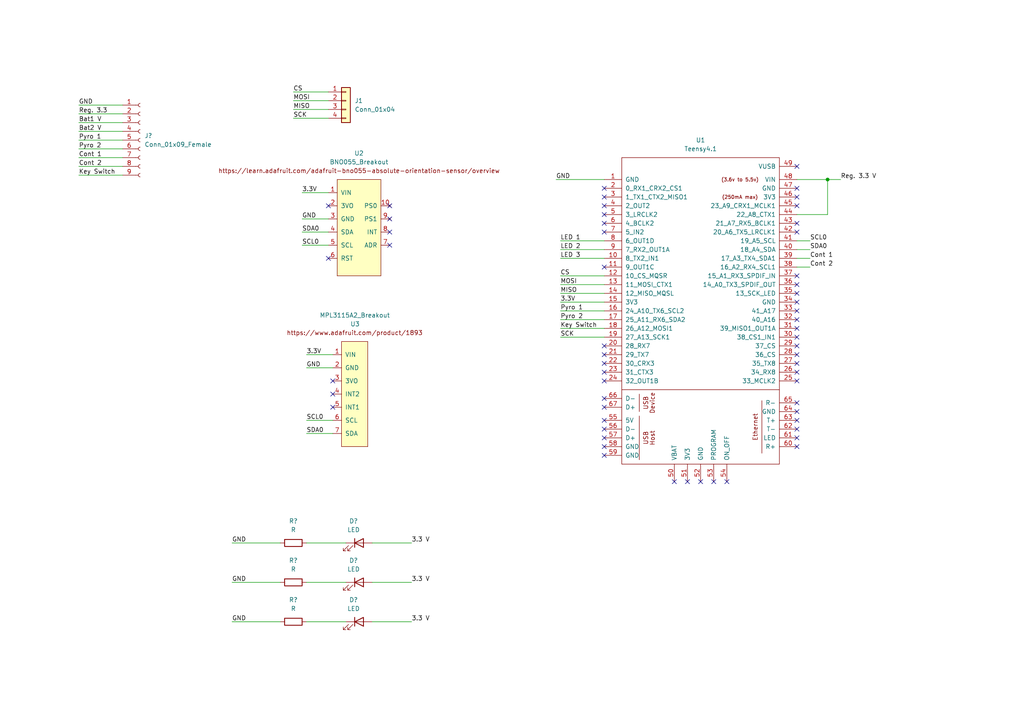
<source format=kicad_sch>
(kicad_sch (version 20211123) (generator eeschema)

  (uuid 7a48c3b0-2761-409e-ae2f-7ebae3820225)

  (paper "A4")

  (lib_symbols
    (symbol "Connector:Conn_01x09_Female" (pin_names (offset 1.016) hide) (in_bom yes) (on_board yes)
      (property "Reference" "J" (id 0) (at 0 12.7 0)
        (effects (font (size 1.27 1.27)))
      )
      (property "Value" "Conn_01x09_Female" (id 1) (at 0 -12.7 0)
        (effects (font (size 1.27 1.27)))
      )
      (property "Footprint" "" (id 2) (at 0 0 0)
        (effects (font (size 1.27 1.27)) hide)
      )
      (property "Datasheet" "~" (id 3) (at 0 0 0)
        (effects (font (size 1.27 1.27)) hide)
      )
      (property "ki_keywords" "connector" (id 4) (at 0 0 0)
        (effects (font (size 1.27 1.27)) hide)
      )
      (property "ki_description" "Generic connector, single row, 01x09, script generated (kicad-library-utils/schlib/autogen/connector/)" (id 5) (at 0 0 0)
        (effects (font (size 1.27 1.27)) hide)
      )
      (property "ki_fp_filters" "Connector*:*_1x??_*" (id 6) (at 0 0 0)
        (effects (font (size 1.27 1.27)) hide)
      )
      (symbol "Conn_01x09_Female_1_1"
        (arc (start 0 -9.652) (mid -0.508 -10.16) (end 0 -10.668)
          (stroke (width 0.1524) (type default) (color 0 0 0 0))
          (fill (type none))
        )
        (arc (start 0 -7.112) (mid -0.508 -7.62) (end 0 -8.128)
          (stroke (width 0.1524) (type default) (color 0 0 0 0))
          (fill (type none))
        )
        (arc (start 0 -4.572) (mid -0.508 -5.08) (end 0 -5.588)
          (stroke (width 0.1524) (type default) (color 0 0 0 0))
          (fill (type none))
        )
        (arc (start 0 -2.032) (mid -0.508 -2.54) (end 0 -3.048)
          (stroke (width 0.1524) (type default) (color 0 0 0 0))
          (fill (type none))
        )
        (polyline
          (pts
            (xy -1.27 -10.16)
            (xy -0.508 -10.16)
          )
          (stroke (width 0.1524) (type default) (color 0 0 0 0))
          (fill (type none))
        )
        (polyline
          (pts
            (xy -1.27 -7.62)
            (xy -0.508 -7.62)
          )
          (stroke (width 0.1524) (type default) (color 0 0 0 0))
          (fill (type none))
        )
        (polyline
          (pts
            (xy -1.27 -5.08)
            (xy -0.508 -5.08)
          )
          (stroke (width 0.1524) (type default) (color 0 0 0 0))
          (fill (type none))
        )
        (polyline
          (pts
            (xy -1.27 -2.54)
            (xy -0.508 -2.54)
          )
          (stroke (width 0.1524) (type default) (color 0 0 0 0))
          (fill (type none))
        )
        (polyline
          (pts
            (xy -1.27 0)
            (xy -0.508 0)
          )
          (stroke (width 0.1524) (type default) (color 0 0 0 0))
          (fill (type none))
        )
        (polyline
          (pts
            (xy -1.27 2.54)
            (xy -0.508 2.54)
          )
          (stroke (width 0.1524) (type default) (color 0 0 0 0))
          (fill (type none))
        )
        (polyline
          (pts
            (xy -1.27 5.08)
            (xy -0.508 5.08)
          )
          (stroke (width 0.1524) (type default) (color 0 0 0 0))
          (fill (type none))
        )
        (polyline
          (pts
            (xy -1.27 7.62)
            (xy -0.508 7.62)
          )
          (stroke (width 0.1524) (type default) (color 0 0 0 0))
          (fill (type none))
        )
        (polyline
          (pts
            (xy -1.27 10.16)
            (xy -0.508 10.16)
          )
          (stroke (width 0.1524) (type default) (color 0 0 0 0))
          (fill (type none))
        )
        (arc (start 0 0.508) (mid -0.508 0) (end 0 -0.508)
          (stroke (width 0.1524) (type default) (color 0 0 0 0))
          (fill (type none))
        )
        (arc (start 0 3.048) (mid -0.508 2.54) (end 0 2.032)
          (stroke (width 0.1524) (type default) (color 0 0 0 0))
          (fill (type none))
        )
        (arc (start 0 5.588) (mid -0.508 5.08) (end 0 4.572)
          (stroke (width 0.1524) (type default) (color 0 0 0 0))
          (fill (type none))
        )
        (arc (start 0 8.128) (mid -0.508 7.62) (end 0 7.112)
          (stroke (width 0.1524) (type default) (color 0 0 0 0))
          (fill (type none))
        )
        (arc (start 0 10.668) (mid -0.508 10.16) (end 0 9.652)
          (stroke (width 0.1524) (type default) (color 0 0 0 0))
          (fill (type none))
        )
        (pin passive line (at -5.08 10.16 0) (length 3.81)
          (name "Pin_1" (effects (font (size 1.27 1.27))))
          (number "1" (effects (font (size 1.27 1.27))))
        )
        (pin passive line (at -5.08 7.62 0) (length 3.81)
          (name "Pin_2" (effects (font (size 1.27 1.27))))
          (number "2" (effects (font (size 1.27 1.27))))
        )
        (pin passive line (at -5.08 5.08 0) (length 3.81)
          (name "Pin_3" (effects (font (size 1.27 1.27))))
          (number "3" (effects (font (size 1.27 1.27))))
        )
        (pin passive line (at -5.08 2.54 0) (length 3.81)
          (name "Pin_4" (effects (font (size 1.27 1.27))))
          (number "4" (effects (font (size 1.27 1.27))))
        )
        (pin passive line (at -5.08 0 0) (length 3.81)
          (name "Pin_5" (effects (font (size 1.27 1.27))))
          (number "5" (effects (font (size 1.27 1.27))))
        )
        (pin passive line (at -5.08 -2.54 0) (length 3.81)
          (name "Pin_6" (effects (font (size 1.27 1.27))))
          (number "6" (effects (font (size 1.27 1.27))))
        )
        (pin passive line (at -5.08 -5.08 0) (length 3.81)
          (name "Pin_7" (effects (font (size 1.27 1.27))))
          (number "7" (effects (font (size 1.27 1.27))))
        )
        (pin passive line (at -5.08 -7.62 0) (length 3.81)
          (name "Pin_8" (effects (font (size 1.27 1.27))))
          (number "8" (effects (font (size 1.27 1.27))))
        )
        (pin passive line (at -5.08 -10.16 0) (length 3.81)
          (name "Pin_9" (effects (font (size 1.27 1.27))))
          (number "9" (effects (font (size 1.27 1.27))))
        )
      )
    )
    (symbol "Connector_Generic:Conn_01x04" (pin_names (offset 1.016) hide) (in_bom yes) (on_board yes)
      (property "Reference" "J" (id 0) (at 0 5.08 0)
        (effects (font (size 1.27 1.27)))
      )
      (property "Value" "Conn_01x04" (id 1) (at 0 -7.62 0)
        (effects (font (size 1.27 1.27)))
      )
      (property "Footprint" "" (id 2) (at 0 0 0)
        (effects (font (size 1.27 1.27)) hide)
      )
      (property "Datasheet" "~" (id 3) (at 0 0 0)
        (effects (font (size 1.27 1.27)) hide)
      )
      (property "ki_keywords" "connector" (id 4) (at 0 0 0)
        (effects (font (size 1.27 1.27)) hide)
      )
      (property "ki_description" "Generic connector, single row, 01x04, script generated (kicad-library-utils/schlib/autogen/connector/)" (id 5) (at 0 0 0)
        (effects (font (size 1.27 1.27)) hide)
      )
      (property "ki_fp_filters" "Connector*:*_1x??_*" (id 6) (at 0 0 0)
        (effects (font (size 1.27 1.27)) hide)
      )
      (symbol "Conn_01x04_1_1"
        (rectangle (start -1.27 -4.953) (end 0 -5.207)
          (stroke (width 0.1524) (type default) (color 0 0 0 0))
          (fill (type none))
        )
        (rectangle (start -1.27 -2.413) (end 0 -2.667)
          (stroke (width 0.1524) (type default) (color 0 0 0 0))
          (fill (type none))
        )
        (rectangle (start -1.27 0.127) (end 0 -0.127)
          (stroke (width 0.1524) (type default) (color 0 0 0 0))
          (fill (type none))
        )
        (rectangle (start -1.27 2.667) (end 0 2.413)
          (stroke (width 0.1524) (type default) (color 0 0 0 0))
          (fill (type none))
        )
        (rectangle (start -1.27 3.81) (end 1.27 -6.35)
          (stroke (width 0.254) (type default) (color 0 0 0 0))
          (fill (type background))
        )
        (pin passive line (at -5.08 2.54 0) (length 3.81)
          (name "Pin_1" (effects (font (size 1.27 1.27))))
          (number "1" (effects (font (size 1.27 1.27))))
        )
        (pin passive line (at -5.08 0 0) (length 3.81)
          (name "Pin_2" (effects (font (size 1.27 1.27))))
          (number "2" (effects (font (size 1.27 1.27))))
        )
        (pin passive line (at -5.08 -2.54 0) (length 3.81)
          (name "Pin_3" (effects (font (size 1.27 1.27))))
          (number "3" (effects (font (size 1.27 1.27))))
        )
        (pin passive line (at -5.08 -5.08 0) (length 3.81)
          (name "Pin_4" (effects (font (size 1.27 1.27))))
          (number "4" (effects (font (size 1.27 1.27))))
        )
      )
    )
    (symbol "Device:LED" (pin_numbers hide) (pin_names (offset 1.016) hide) (in_bom yes) (on_board yes)
      (property "Reference" "D" (id 0) (at 0 2.54 0)
        (effects (font (size 1.27 1.27)))
      )
      (property "Value" "LED" (id 1) (at 0 -2.54 0)
        (effects (font (size 1.27 1.27)))
      )
      (property "Footprint" "" (id 2) (at 0 0 0)
        (effects (font (size 1.27 1.27)) hide)
      )
      (property "Datasheet" "~" (id 3) (at 0 0 0)
        (effects (font (size 1.27 1.27)) hide)
      )
      (property "ki_keywords" "LED diode" (id 4) (at 0 0 0)
        (effects (font (size 1.27 1.27)) hide)
      )
      (property "ki_description" "Light emitting diode" (id 5) (at 0 0 0)
        (effects (font (size 1.27 1.27)) hide)
      )
      (property "ki_fp_filters" "LED* LED_SMD:* LED_THT:*" (id 6) (at 0 0 0)
        (effects (font (size 1.27 1.27)) hide)
      )
      (symbol "LED_0_1"
        (polyline
          (pts
            (xy -1.27 -1.27)
            (xy -1.27 1.27)
          )
          (stroke (width 0.254) (type default) (color 0 0 0 0))
          (fill (type none))
        )
        (polyline
          (pts
            (xy -1.27 0)
            (xy 1.27 0)
          )
          (stroke (width 0) (type default) (color 0 0 0 0))
          (fill (type none))
        )
        (polyline
          (pts
            (xy 1.27 -1.27)
            (xy 1.27 1.27)
            (xy -1.27 0)
            (xy 1.27 -1.27)
          )
          (stroke (width 0.254) (type default) (color 0 0 0 0))
          (fill (type none))
        )
        (polyline
          (pts
            (xy -3.048 -0.762)
            (xy -4.572 -2.286)
            (xy -3.81 -2.286)
            (xy -4.572 -2.286)
            (xy -4.572 -1.524)
          )
          (stroke (width 0) (type default) (color 0 0 0 0))
          (fill (type none))
        )
        (polyline
          (pts
            (xy -1.778 -0.762)
            (xy -3.302 -2.286)
            (xy -2.54 -2.286)
            (xy -3.302 -2.286)
            (xy -3.302 -1.524)
          )
          (stroke (width 0) (type default) (color 0 0 0 0))
          (fill (type none))
        )
      )
      (symbol "LED_1_1"
        (pin passive line (at -3.81 0 0) (length 2.54)
          (name "K" (effects (font (size 1.27 1.27))))
          (number "1" (effects (font (size 1.27 1.27))))
        )
        (pin passive line (at 3.81 0 180) (length 2.54)
          (name "A" (effects (font (size 1.27 1.27))))
          (number "2" (effects (font (size 1.27 1.27))))
        )
      )
    )
    (symbol "Device:R" (pin_numbers hide) (pin_names (offset 0)) (in_bom yes) (on_board yes)
      (property "Reference" "R" (id 0) (at 2.032 0 90)
        (effects (font (size 1.27 1.27)))
      )
      (property "Value" "R" (id 1) (at 0 0 90)
        (effects (font (size 1.27 1.27)))
      )
      (property "Footprint" "" (id 2) (at -1.778 0 90)
        (effects (font (size 1.27 1.27)) hide)
      )
      (property "Datasheet" "~" (id 3) (at 0 0 0)
        (effects (font (size 1.27 1.27)) hide)
      )
      (property "ki_keywords" "R res resistor" (id 4) (at 0 0 0)
        (effects (font (size 1.27 1.27)) hide)
      )
      (property "ki_description" "Resistor" (id 5) (at 0 0 0)
        (effects (font (size 1.27 1.27)) hide)
      )
      (property "ki_fp_filters" "R_*" (id 6) (at 0 0 0)
        (effects (font (size 1.27 1.27)) hide)
      )
      (symbol "R_0_1"
        (rectangle (start -1.016 -2.54) (end 1.016 2.54)
          (stroke (width 0.254) (type default) (color 0 0 0 0))
          (fill (type none))
        )
      )
      (symbol "R_1_1"
        (pin passive line (at 0 3.81 270) (length 1.27)
          (name "~" (effects (font (size 1.27 1.27))))
          (number "1" (effects (font (size 1.27 1.27))))
        )
        (pin passive line (at 0 -3.81 90) (length 1.27)
          (name "~" (effects (font (size 1.27 1.27))))
          (number "2" (effects (font (size 1.27 1.27))))
        )
      )
    )
    (symbol "REV2_SPRING_2022-rescue:BNO055_Breakout-Sensors_2021_2022" (pin_names (offset 1.016)) (in_bom yes) (on_board yes)
      (property "Reference" "U" (id 0) (at 0 17.78 0)
        (effects (font (size 1.27 1.27)))
      )
      (property "Value" "BNO055_Breakout-Sensors_2021_2022" (id 1) (at 0 20.32 0)
        (effects (font (size 1.27 1.27)))
      )
      (property "Footprint" "" (id 2) (at 0 17.78 0)
        (effects (font (size 1.27 1.27)) hide)
      )
      (property "Datasheet" "" (id 3) (at 0 17.78 0)
        (effects (font (size 1.27 1.27)) hide)
      )
      (symbol "BNO055_Breakout-Sensors_2021_2022_0_0"
        (text "https://learn.adafruit.com/adafruit-bno055-absolute-orientation-sensor/overview" (at 0 15.24 0)
          (effects (font (size 1.27 1.27)))
        )
      )
      (symbol "BNO055_Breakout-Sensors_2021_2022_1_1"
        (rectangle (start -6.35 12.7) (end 6.35 -15.24)
          (stroke (width 0) (type default) (color 0 0 0 0))
          (fill (type background))
        )
        (pin power_in line (at -8.89 8.89 0) (length 2.54)
          (name "VIN" (effects (font (size 1.27 1.27))))
          (number "1" (effects (font (size 1.27 1.27))))
        )
        (pin no_connect line (at 8.89 5.08 180) (length 2.54)
          (name "PS0" (effects (font (size 1.27 1.27))))
          (number "10" (effects (font (size 1.27 1.27))))
        )
        (pin power_out line (at -8.89 5.08 0) (length 2.54)
          (name "3VO" (effects (font (size 1.27 1.27))))
          (number "2" (effects (font (size 1.27 1.27))))
        )
        (pin power_in line (at -8.89 1.27 0) (length 2.54)
          (name "GND" (effects (font (size 1.27 1.27))))
          (number "3" (effects (font (size 1.27 1.27))))
        )
        (pin input line (at -8.89 -2.54 0) (length 2.54)
          (name "SDA" (effects (font (size 1.27 1.27))))
          (number "4" (effects (font (size 1.27 1.27))))
        )
        (pin input line (at -8.89 -6.35 0) (length 2.54)
          (name "SCL" (effects (font (size 1.27 1.27))))
          (number "5" (effects (font (size 1.27 1.27))))
        )
        (pin bidirectional line (at -8.89 -10.16 0) (length 2.54)
          (name "RST" (effects (font (size 1.27 1.27))))
          (number "6" (effects (font (size 1.27 1.27))))
        )
        (pin bidirectional line (at 8.89 -6.35 180) (length 2.54)
          (name "ADR" (effects (font (size 1.27 1.27))))
          (number "7" (effects (font (size 1.27 1.27))))
        )
        (pin output line (at 8.89 -2.54 180) (length 2.54)
          (name "INT" (effects (font (size 1.27 1.27))))
          (number "8" (effects (font (size 1.27 1.27))))
        )
        (pin no_connect line (at 8.89 1.27 180) (length 2.54)
          (name "PS1" (effects (font (size 1.27 1.27))))
          (number "9" (effects (font (size 1.27 1.27))))
        )
      )
    )
    (symbol "REV2_SPRING_2022-rescue:MPL3115A2_Breakout-Sensors_2021_2022" (pin_names (offset 1.016)) (in_bom yes) (on_board yes)
      (property "Reference" "U" (id 0) (at 0 20.32 0)
        (effects (font (size 1.27 1.27)))
      )
      (property "Value" "MPL3115A2_Breakout-Sensors_2021_2022" (id 1) (at 0 22.86 0)
        (effects (font (size 1.27 1.27)))
      )
      (property "Footprint" "" (id 2) (at 0 11.43 0)
        (effects (font (size 1.27 1.27)) hide)
      )
      (property "Datasheet" "" (id 3) (at 0 11.43 0)
        (effects (font (size 1.27 1.27)) hide)
      )
      (symbol "MPL3115A2_Breakout-Sensors_2021_2022_0_0"
        (text "https://www.adafruit.com/product/1893" (at 0 17.78 0)
          (effects (font (size 1.27 1.27)))
        )
      )
      (symbol "MPL3115A2_Breakout-Sensors_2021_2022_0_1"
        (rectangle (start -3.81 15.24) (end 3.81 -15.24)
          (stroke (width 0) (type default) (color 0 0 0 0))
          (fill (type background))
        )
      )
      (symbol "MPL3115A2_Breakout-Sensors_2021_2022_1_1"
        (pin power_in line (at -6.35 11.43 0) (length 2.54)
          (name "VIN" (effects (font (size 1.27 1.27))))
          (number "1" (effects (font (size 1.27 1.27))))
        )
        (pin power_in line (at -6.35 7.62 0) (length 2.54)
          (name "GND" (effects (font (size 1.27 1.27))))
          (number "2" (effects (font (size 1.27 1.27))))
        )
        (pin power_in line (at -6.35 3.81 0) (length 2.54)
          (name "3VO" (effects (font (size 1.27 1.27))))
          (number "3" (effects (font (size 1.27 1.27))))
        )
        (pin output line (at -6.35 0 0) (length 2.54)
          (name "INT2" (effects (font (size 1.27 1.27))))
          (number "4" (effects (font (size 1.27 1.27))))
        )
        (pin output line (at -6.35 -3.81 0) (length 2.54)
          (name "INT1" (effects (font (size 1.27 1.27))))
          (number "5" (effects (font (size 1.27 1.27))))
        )
        (pin input line (at -6.35 -7.62 0) (length 2.54)
          (name "SCL" (effects (font (size 1.27 1.27))))
          (number "6" (effects (font (size 1.27 1.27))))
        )
        (pin bidirectional line (at -6.35 -11.43 0) (length 2.54)
          (name "SDA" (effects (font (size 1.27 1.27))))
          (number "7" (effects (font (size 1.27 1.27))))
        )
      )
    )
    (symbol "Teensy:Teensy4.1" (pin_names (offset 1.016)) (in_bom yes) (on_board yes)
      (property "Reference" "U" (id 0) (at 0 64.77 0)
        (effects (font (size 1.27 1.27)))
      )
      (property "Value" "Teensy4.1" (id 1) (at 0 62.23 0)
        (effects (font (size 1.27 1.27)))
      )
      (property "Footprint" "" (id 2) (at -10.16 10.16 0)
        (effects (font (size 1.27 1.27)) hide)
      )
      (property "Datasheet" "" (id 3) (at -10.16 10.16 0)
        (effects (font (size 1.27 1.27)) hide)
      )
      (symbol "Teensy4.1_0_0"
        (polyline
          (pts
            (xy -22.86 -6.35)
            (xy 22.86 -6.35)
          )
          (stroke (width 0) (type default) (color 0 0 0 0))
          (fill (type none))
        )
        (polyline
          (pts
            (xy -17.78 -26.67)
            (xy -17.78 -13.97)
          )
          (stroke (width 0) (type default) (color 0 0 0 0))
          (fill (type none))
        )
        (polyline
          (pts
            (xy -17.78 -7.62)
            (xy -17.78 -12.7)
          )
          (stroke (width 0) (type default) (color 0 0 0 0))
          (fill (type none))
        )
        (polyline
          (pts
            (xy 17.78 -9.525)
            (xy 17.78 -24.765)
          )
          (stroke (width 0) (type default) (color 0 0 0 0))
          (fill (type none))
        )
        (text "(250mA max)" (at 11.43 49.53 0)
          (effects (font (size 1.016 1.016)))
        )
        (text "(3.6v to 5.5v)" (at 11.43 54.61 0)
          (effects (font (size 1.016 1.016)))
        )
        (text "Device" (at -13.97 -10.16 900)
          (effects (font (size 1.27 1.27)))
        )
        (text "Ethernet" (at 15.875 -17.145 900)
          (effects (font (size 1.27 1.27)))
        )
        (text "Host" (at -13.97 -20.32 900)
          (effects (font (size 1.27 1.27)))
        )
        (text "USB" (at -15.875 -20.32 900)
          (effects (font (size 1.27 1.27)))
        )
        (text "USB" (at -15.875 -10.16 900)
          (effects (font (size 1.27 1.27)))
        )
        (pin bidirectional line (at -27.94 31.75 0) (length 5.08)
          (name "8_TX2_IN1" (effects (font (size 1.27 1.27))))
          (number "10" (effects (font (size 1.27 1.27))))
        )
        (pin bidirectional line (at -27.94 29.21 0) (length 5.08)
          (name "9_OUT1C" (effects (font (size 1.27 1.27))))
          (number "11" (effects (font (size 1.27 1.27))))
        )
        (pin bidirectional line (at -27.94 26.67 0) (length 5.08)
          (name "10_CS_MQSR" (effects (font (size 1.27 1.27))))
          (number "12" (effects (font (size 1.27 1.27))))
        )
        (pin bidirectional line (at -27.94 24.13 0) (length 5.08)
          (name "11_MOSI_CTX1" (effects (font (size 1.27 1.27))))
          (number "13" (effects (font (size 1.27 1.27))))
        )
        (pin bidirectional line (at -27.94 21.59 0) (length 5.08)
          (name "12_MISO_MQSL" (effects (font (size 1.27 1.27))))
          (number "14" (effects (font (size 1.27 1.27))))
        )
        (pin power_in line (at -27.94 19.05 0) (length 5.08)
          (name "3V3" (effects (font (size 1.27 1.27))))
          (number "15" (effects (font (size 1.27 1.27))))
        )
        (pin bidirectional line (at -27.94 16.51 0) (length 5.08)
          (name "24_A10_TX6_SCL2" (effects (font (size 1.27 1.27))))
          (number "16" (effects (font (size 1.27 1.27))))
        )
        (pin bidirectional line (at -27.94 13.97 0) (length 5.08)
          (name "25_A11_RX6_SDA2" (effects (font (size 1.27 1.27))))
          (number "17" (effects (font (size 1.27 1.27))))
        )
        (pin bidirectional line (at -27.94 11.43 0) (length 5.08)
          (name "26_A12_MOSI1" (effects (font (size 1.27 1.27))))
          (number "18" (effects (font (size 1.27 1.27))))
        )
        (pin bidirectional line (at -27.94 8.89 0) (length 5.08)
          (name "27_A13_SCK1" (effects (font (size 1.27 1.27))))
          (number "19" (effects (font (size 1.27 1.27))))
        )
        (pin bidirectional line (at -27.94 6.35 0) (length 5.08)
          (name "28_RX7" (effects (font (size 1.27 1.27))))
          (number "20" (effects (font (size 1.27 1.27))))
        )
        (pin bidirectional line (at -27.94 3.81 0) (length 5.08)
          (name "29_TX7" (effects (font (size 1.27 1.27))))
          (number "21" (effects (font (size 1.27 1.27))))
        )
        (pin bidirectional line (at -27.94 1.27 0) (length 5.08)
          (name "30_CRX3" (effects (font (size 1.27 1.27))))
          (number "22" (effects (font (size 1.27 1.27))))
        )
        (pin bidirectional line (at -27.94 -1.27 0) (length 5.08)
          (name "31_CTX3" (effects (font (size 1.27 1.27))))
          (number "23" (effects (font (size 1.27 1.27))))
        )
        (pin bidirectional line (at -27.94 -3.81 0) (length 5.08)
          (name "32_OUT1B" (effects (font (size 1.27 1.27))))
          (number "24" (effects (font (size 1.27 1.27))))
        )
        (pin bidirectional line (at 27.94 -3.81 180) (length 5.08)
          (name "33_MCLK2" (effects (font (size 1.27 1.27))))
          (number "25" (effects (font (size 1.27 1.27))))
        )
        (pin bidirectional line (at 27.94 -1.27 180) (length 5.08)
          (name "34_RX8" (effects (font (size 1.27 1.27))))
          (number "26" (effects (font (size 1.27 1.27))))
        )
        (pin bidirectional line (at 27.94 1.27 180) (length 5.08)
          (name "35_TX8" (effects (font (size 1.27 1.27))))
          (number "27" (effects (font (size 1.27 1.27))))
        )
        (pin bidirectional line (at 27.94 3.81 180) (length 5.08)
          (name "36_CS" (effects (font (size 1.27 1.27))))
          (number "28" (effects (font (size 1.27 1.27))))
        )
        (pin bidirectional line (at 27.94 6.35 180) (length 5.08)
          (name "37_CS" (effects (font (size 1.27 1.27))))
          (number "29" (effects (font (size 1.27 1.27))))
        )
        (pin bidirectional line (at 27.94 8.89 180) (length 5.08)
          (name "38_CS1_IN1" (effects (font (size 1.27 1.27))))
          (number "30" (effects (font (size 1.27 1.27))))
        )
        (pin bidirectional line (at 27.94 11.43 180) (length 5.08)
          (name "39_MISO1_OUT1A" (effects (font (size 1.27 1.27))))
          (number "31" (effects (font (size 1.27 1.27))))
        )
        (pin bidirectional line (at 27.94 13.97 180) (length 5.08)
          (name "40_A16" (effects (font (size 1.27 1.27))))
          (number "32" (effects (font (size 1.27 1.27))))
        )
        (pin bidirectional line (at 27.94 16.51 180) (length 5.08)
          (name "41_A17" (effects (font (size 1.27 1.27))))
          (number "33" (effects (font (size 1.27 1.27))))
        )
        (pin bidirectional line (at 27.94 21.59 180) (length 5.08)
          (name "13_SCK_LED" (effects (font (size 1.27 1.27))))
          (number "35" (effects (font (size 1.27 1.27))))
        )
        (pin bidirectional line (at 27.94 24.13 180) (length 5.08)
          (name "14_A0_TX3_SPDIF_OUT" (effects (font (size 1.27 1.27))))
          (number "36" (effects (font (size 1.27 1.27))))
        )
        (pin bidirectional line (at 27.94 26.67 180) (length 5.08)
          (name "15_A1_RX3_SPDIF_IN" (effects (font (size 1.27 1.27))))
          (number "37" (effects (font (size 1.27 1.27))))
        )
        (pin bidirectional line (at 27.94 29.21 180) (length 5.08)
          (name "16_A2_RX4_SCL1" (effects (font (size 1.27 1.27))))
          (number "38" (effects (font (size 1.27 1.27))))
        )
        (pin bidirectional line (at 27.94 31.75 180) (length 5.08)
          (name "17_A3_TX4_SDA1" (effects (font (size 1.27 1.27))))
          (number "39" (effects (font (size 1.27 1.27))))
        )
        (pin bidirectional line (at 27.94 34.29 180) (length 5.08)
          (name "18_A4_SDA" (effects (font (size 1.27 1.27))))
          (number "40" (effects (font (size 1.27 1.27))))
        )
        (pin bidirectional line (at 27.94 36.83 180) (length 5.08)
          (name "19_A5_SCL" (effects (font (size 1.27 1.27))))
          (number "41" (effects (font (size 1.27 1.27))))
        )
        (pin bidirectional line (at 27.94 39.37 180) (length 5.08)
          (name "20_A6_TX5_LRCLK1" (effects (font (size 1.27 1.27))))
          (number "42" (effects (font (size 1.27 1.27))))
        )
        (pin bidirectional line (at 27.94 41.91 180) (length 5.08)
          (name "21_A7_RX5_BCLK1" (effects (font (size 1.27 1.27))))
          (number "43" (effects (font (size 1.27 1.27))))
        )
        (pin bidirectional line (at 27.94 44.45 180) (length 5.08)
          (name "22_A8_CTX1" (effects (font (size 1.27 1.27))))
          (number "44" (effects (font (size 1.27 1.27))))
        )
        (pin bidirectional line (at 27.94 46.99 180) (length 5.08)
          (name "23_A9_CRX1_MCLK1" (effects (font (size 1.27 1.27))))
          (number "45" (effects (font (size 1.27 1.27))))
        )
        (pin output line (at 27.94 49.53 180) (length 5.08)
          (name "3V3" (effects (font (size 1.27 1.27))))
          (number "46" (effects (font (size 1.27 1.27))))
        )
        (pin output line (at 27.94 52.07 180) (length 5.08)
          (name "GND" (effects (font (size 1.27 1.27))))
          (number "47" (effects (font (size 1.27 1.27))))
        )
        (pin power_in line (at 27.94 54.61 180) (length 5.08)
          (name "VIN" (effects (font (size 1.27 1.27))))
          (number "48" (effects (font (size 1.27 1.27))))
        )
        (pin power_out line (at 27.94 58.42 180) (length 5.08)
          (name "VUSB" (effects (font (size 1.27 1.27))))
          (number "49" (effects (font (size 1.27 1.27))))
        )
        (pin bidirectional line (at -27.94 44.45 0) (length 5.08)
          (name "3_LRCLK2" (effects (font (size 1.27 1.27))))
          (number "5" (effects (font (size 1.27 1.27))))
        )
        (pin power_in line (at -7.62 -33.02 90) (length 5.08)
          (name "VBAT" (effects (font (size 1.27 1.27))))
          (number "50" (effects (font (size 1.27 1.27))))
        )
        (pin power_in line (at -3.81 -33.02 90) (length 5.08)
          (name "3V3" (effects (font (size 1.27 1.27))))
          (number "51" (effects (font (size 1.27 1.27))))
        )
        (pin input line (at 0 -33.02 90) (length 5.08)
          (name "GND" (effects (font (size 1.27 1.27))))
          (number "52" (effects (font (size 1.27 1.27))))
        )
        (pin input line (at 3.81 -33.02 90) (length 5.08)
          (name "PROGRAM" (effects (font (size 1.27 1.27))))
          (number "53" (effects (font (size 1.27 1.27))))
        )
        (pin input line (at 7.62 -33.02 90) (length 5.08)
          (name "ON_OFF" (effects (font (size 1.27 1.27))))
          (number "54" (effects (font (size 1.27 1.27))))
        )
        (pin power_out line (at -27.94 -15.24 0) (length 5.08)
          (name "5V" (effects (font (size 1.27 1.27))))
          (number "55" (effects (font (size 1.27 1.27))))
        )
        (pin bidirectional line (at -27.94 -17.78 0) (length 5.08)
          (name "D-" (effects (font (size 1.27 1.27))))
          (number "56" (effects (font (size 1.27 1.27))))
        )
        (pin bidirectional line (at -27.94 -20.32 0) (length 5.08)
          (name "D+" (effects (font (size 1.27 1.27))))
          (number "57" (effects (font (size 1.27 1.27))))
        )
        (pin power_in line (at -27.94 -22.86 0) (length 5.08)
          (name "GND" (effects (font (size 1.27 1.27))))
          (number "58" (effects (font (size 1.27 1.27))))
        )
        (pin power_in line (at -27.94 -25.4 0) (length 5.08)
          (name "GND" (effects (font (size 1.27 1.27))))
          (number "59" (effects (font (size 1.27 1.27))))
        )
        (pin bidirectional line (at -27.94 41.91 0) (length 5.08)
          (name "4_BCLK2" (effects (font (size 1.27 1.27))))
          (number "6" (effects (font (size 1.27 1.27))))
        )
        (pin bidirectional line (at 27.94 -22.86 180) (length 5.08)
          (name "R+" (effects (font (size 1.27 1.27))))
          (number "60" (effects (font (size 1.27 1.27))))
        )
        (pin bidirectional line (at 27.94 -20.32 180) (length 5.08)
          (name "LED" (effects (font (size 1.27 1.27))))
          (number "61" (effects (font (size 1.27 1.27))))
        )
        (pin bidirectional line (at 27.94 -17.78 180) (length 5.08)
          (name "T-" (effects (font (size 1.27 1.27))))
          (number "62" (effects (font (size 1.27 1.27))))
        )
        (pin bidirectional line (at 27.94 -15.24 180) (length 5.08)
          (name "T+" (effects (font (size 1.27 1.27))))
          (number "63" (effects (font (size 1.27 1.27))))
        )
        (pin power_in line (at 27.94 -12.7 180) (length 5.08)
          (name "GND" (effects (font (size 1.27 1.27))))
          (number "64" (effects (font (size 1.27 1.27))))
        )
        (pin bidirectional line (at 27.94 -10.16 180) (length 5.08)
          (name "R-" (effects (font (size 1.27 1.27))))
          (number "65" (effects (font (size 1.27 1.27))))
        )
        (pin bidirectional line (at -27.94 -8.89 0) (length 5.08)
          (name "D-" (effects (font (size 1.27 1.27))))
          (number "66" (effects (font (size 1.27 1.27))))
        )
        (pin bidirectional line (at -27.94 -11.43 0) (length 5.08)
          (name "D+" (effects (font (size 1.27 1.27))))
          (number "67" (effects (font (size 1.27 1.27))))
        )
        (pin bidirectional line (at -27.94 39.37 0) (length 5.08)
          (name "5_IN2" (effects (font (size 1.27 1.27))))
          (number "7" (effects (font (size 1.27 1.27))))
        )
        (pin bidirectional line (at -27.94 36.83 0) (length 5.08)
          (name "6_OUT1D" (effects (font (size 1.27 1.27))))
          (number "8" (effects (font (size 1.27 1.27))))
        )
        (pin bidirectional line (at -27.94 34.29 0) (length 5.08)
          (name "7_RX2_OUT1A" (effects (font (size 1.27 1.27))))
          (number "9" (effects (font (size 1.27 1.27))))
        )
      )
      (symbol "Teensy4.1_0_1"
        (rectangle (start -22.86 60.96) (end 22.86 -27.94)
          (stroke (width 0) (type default) (color 0 0 0 0))
          (fill (type none))
        )
        (rectangle (start -20.32 -1.27) (end -20.32 -1.27)
          (stroke (width 0) (type default) (color 0 0 0 0))
          (fill (type none))
        )
      )
      (symbol "Teensy4.1_1_1"
        (pin power_in line (at -27.94 54.61 0) (length 5.08)
          (name "GND" (effects (font (size 1.27 1.27))))
          (number "1" (effects (font (size 1.27 1.27))))
        )
        (pin bidirectional line (at -27.94 52.07 0) (length 5.08)
          (name "0_RX1_CRX2_CS1" (effects (font (size 1.27 1.27))))
          (number "2" (effects (font (size 1.27 1.27))))
        )
        (pin bidirectional line (at -27.94 49.53 0) (length 5.08)
          (name "1_TX1_CTX2_MISO1" (effects (font (size 1.27 1.27))))
          (number "3" (effects (font (size 1.27 1.27))))
        )
        (pin power_in line (at 27.94 19.05 180) (length 5.08)
          (name "GND" (effects (font (size 1.27 1.27))))
          (number "34" (effects (font (size 1.27 1.27))))
        )
        (pin bidirectional line (at -27.94 46.99 0) (length 5.08)
          (name "2_OUT2" (effects (font (size 1.27 1.27))))
          (number "4" (effects (font (size 1.27 1.27))))
        )
      )
    )
  )

  (junction (at 240.03 52.07) (diameter 0) (color 0 0 0 0)
    (uuid 5682cf4b-4224-4d37-86c8-83ef98705ed1)
  )

  (no_connect (at 96.52 118.11) (uuid 0e2b88b8-1222-4937-88e6-433f827fbd15))
  (no_connect (at 96.52 114.3) (uuid 0e73f4ee-f600-4c6e-9381-254e694df328))
  (no_connect (at 96.52 110.49) (uuid 1049feeb-15be-49fd-b667-1182d76e0afd))
  (no_connect (at 113.03 63.5) (uuid 28512f3b-5c1f-4991-a629-39ad643dbe57))
  (no_connect (at 231.14 59.69) (uuid 38935fbd-0d67-4880-b235-2481521aa9c4))
  (no_connect (at 231.14 57.15) (uuid 38935fbd-0d67-4880-b235-2481521aa9c4))
  (no_connect (at 231.14 54.61) (uuid 38935fbd-0d67-4880-b235-2481521aa9c4))
  (no_connect (at 175.26 54.61) (uuid 38935fbd-0d67-4880-b235-2481521aa9c4))
  (no_connect (at 175.26 57.15) (uuid 38935fbd-0d67-4880-b235-2481521aa9c4))
  (no_connect (at 175.26 59.69) (uuid 38935fbd-0d67-4880-b235-2481521aa9c4))
  (no_connect (at 175.26 62.23) (uuid 38935fbd-0d67-4880-b235-2481521aa9c4))
  (no_connect (at 175.26 64.77) (uuid 38935fbd-0d67-4880-b235-2481521aa9c4))
  (no_connect (at 231.14 67.31) (uuid 38935fbd-0d67-4880-b235-2481521aa9c4))
  (no_connect (at 231.14 64.77) (uuid 38935fbd-0d67-4880-b235-2481521aa9c4))
  (no_connect (at 175.26 67.31) (uuid 38935fbd-0d67-4880-b235-2481521aa9c4))
  (no_connect (at 175.26 77.47) (uuid 38935fbd-0d67-4880-b235-2481521aa9c4))
  (no_connect (at 231.14 87.63) (uuid 38935fbd-0d67-4880-b235-2481521aa9c4))
  (no_connect (at 231.14 85.09) (uuid 38935fbd-0d67-4880-b235-2481521aa9c4))
  (no_connect (at 231.14 82.55) (uuid 38935fbd-0d67-4880-b235-2481521aa9c4))
  (no_connect (at 231.14 80.01) (uuid 38935fbd-0d67-4880-b235-2481521aa9c4))
  (no_connect (at 175.26 100.33) (uuid 38935fbd-0d67-4880-b235-2481521aa9c4))
  (no_connect (at 175.26 102.87) (uuid 38935fbd-0d67-4880-b235-2481521aa9c4))
  (no_connect (at 175.26 105.41) (uuid 38935fbd-0d67-4880-b235-2481521aa9c4))
  (no_connect (at 175.26 107.95) (uuid 38935fbd-0d67-4880-b235-2481521aa9c4))
  (no_connect (at 175.26 110.49) (uuid 38935fbd-0d67-4880-b235-2481521aa9c4))
  (no_connect (at 175.26 115.57) (uuid 38935fbd-0d67-4880-b235-2481521aa9c4))
  (no_connect (at 175.26 118.11) (uuid 38935fbd-0d67-4880-b235-2481521aa9c4))
  (no_connect (at 175.26 121.92) (uuid 38935fbd-0d67-4880-b235-2481521aa9c4))
  (no_connect (at 175.26 124.46) (uuid 38935fbd-0d67-4880-b235-2481521aa9c4))
  (no_connect (at 175.26 127) (uuid 38935fbd-0d67-4880-b235-2481521aa9c4))
  (no_connect (at 175.26 129.54) (uuid 38935fbd-0d67-4880-b235-2481521aa9c4))
  (no_connect (at 175.26 132.08) (uuid 38935fbd-0d67-4880-b235-2481521aa9c4))
  (no_connect (at 195.58 139.7) (uuid 38935fbd-0d67-4880-b235-2481521aa9c4))
  (no_connect (at 199.39 139.7) (uuid 38935fbd-0d67-4880-b235-2481521aa9c4))
  (no_connect (at 203.2 139.7) (uuid 38935fbd-0d67-4880-b235-2481521aa9c4))
  (no_connect (at 207.01 139.7) (uuid 38935fbd-0d67-4880-b235-2481521aa9c4))
  (no_connect (at 210.82 139.7) (uuid 38935fbd-0d67-4880-b235-2481521aa9c4))
  (no_connect (at 231.14 129.54) (uuid 38935fbd-0d67-4880-b235-2481521aa9c4))
  (no_connect (at 231.14 127) (uuid 38935fbd-0d67-4880-b235-2481521aa9c4))
  (no_connect (at 231.14 124.46) (uuid 38935fbd-0d67-4880-b235-2481521aa9c4))
  (no_connect (at 231.14 121.92) (uuid 38935fbd-0d67-4880-b235-2481521aa9c4))
  (no_connect (at 231.14 119.38) (uuid 38935fbd-0d67-4880-b235-2481521aa9c4))
  (no_connect (at 231.14 116.84) (uuid 38935fbd-0d67-4880-b235-2481521aa9c4))
  (no_connect (at 231.14 110.49) (uuid 38935fbd-0d67-4880-b235-2481521aa9c4))
  (no_connect (at 231.14 107.95) (uuid 38935fbd-0d67-4880-b235-2481521aa9c4))
  (no_connect (at 231.14 105.41) (uuid 38935fbd-0d67-4880-b235-2481521aa9c4))
  (no_connect (at 231.14 102.87) (uuid 38935fbd-0d67-4880-b235-2481521aa9c4))
  (no_connect (at 231.14 100.33) (uuid 38935fbd-0d67-4880-b235-2481521aa9c4))
  (no_connect (at 231.14 97.79) (uuid 38935fbd-0d67-4880-b235-2481521aa9c4))
  (no_connect (at 231.14 95.25) (uuid 38935fbd-0d67-4880-b235-2481521aa9c4))
  (no_connect (at 231.14 92.71) (uuid 38935fbd-0d67-4880-b235-2481521aa9c4))
  (no_connect (at 231.14 90.17) (uuid 38935fbd-0d67-4880-b235-2481521aa9c4))
  (no_connect (at 113.03 67.31) (uuid 49047c0f-b76b-4753-b4d9-922847150969))
  (no_connect (at 95.25 59.69) (uuid 6397400b-2f02-4cd1-8577-2f2e66b9c7f8))
  (no_connect (at 113.03 59.69) (uuid 7f083d3b-7998-4c1b-afe4-6ca8bf409b78))
  (no_connect (at 113.03 71.12) (uuid cd8243dc-1321-4cd9-8bfb-84ffedc00e10))
  (no_connect (at 95.25 74.93) (uuid e3ff0f81-3d99-4687-a725-8d32b7b5cfe4))
  (no_connect (at 231.14 48.26) (uuid f6f0c058-411d-483c-a013-b358cfb079ea))

  (wire (pts (xy 85.09 26.67) (xy 95.25 26.67))
    (stroke (width 0) (type default) (color 0 0 0 0))
    (uuid 00dd455a-3c4e-481f-b60e-349d7af500cb)
  )
  (wire (pts (xy 67.31 180.34) (xy 81.28 180.34))
    (stroke (width 0) (type default) (color 0 0 0 0))
    (uuid 02b14a4c-b0fe-4e54-bdba-cc61b9dfec19)
  )
  (wire (pts (xy 88.9 121.92) (xy 96.52 121.92))
    (stroke (width 0) (type default) (color 0 0 0 0))
    (uuid 0a0c63cb-ed2b-4c29-9f89-80095358b4f3)
  )
  (wire (pts (xy 22.86 40.64) (xy 35.56 40.64))
    (stroke (width 0) (type default) (color 0 0 0 0))
    (uuid 12175234-2420-4c55-ae57-6da52f86dfcd)
  )
  (wire (pts (xy 22.86 48.26) (xy 35.56 48.26))
    (stroke (width 0) (type default) (color 0 0 0 0))
    (uuid 1d1d3cce-6664-425f-bba7-88f7cd37b448)
  )
  (wire (pts (xy 162.56 90.17) (xy 175.26 90.17))
    (stroke (width 0) (type default) (color 0 0 0 0))
    (uuid 30b1c9e9-fcda-48d1-ba1b-59af86dc25a4)
  )
  (wire (pts (xy 67.31 168.91) (xy 81.28 168.91))
    (stroke (width 0) (type default) (color 0 0 0 0))
    (uuid 3539db6d-4ff0-4d0a-b7b4-677b6de9c153)
  )
  (wire (pts (xy 88.9 157.48) (xy 100.33 157.48))
    (stroke (width 0) (type default) (color 0 0 0 0))
    (uuid 3577eccf-d8ca-40ed-861d-3ea201f37729)
  )
  (wire (pts (xy 22.86 30.48) (xy 35.56 30.48))
    (stroke (width 0) (type default) (color 0 0 0 0))
    (uuid 39d1cd9a-791b-474a-8731-3d5eeb22da22)
  )
  (wire (pts (xy 22.86 50.8) (xy 35.56 50.8))
    (stroke (width 0) (type default) (color 0 0 0 0))
    (uuid 403c77db-06db-4699-929d-7fad33331b70)
  )
  (wire (pts (xy 107.95 168.91) (xy 119.38 168.91))
    (stroke (width 0) (type default) (color 0 0 0 0))
    (uuid 44191a16-4b0a-46c7-ab5d-29a3d5da0df6)
  )
  (wire (pts (xy 161.29 52.07) (xy 175.26 52.07))
    (stroke (width 0) (type default) (color 0 0 0 0))
    (uuid 4709bd20-7cbc-4137-94a6-f48e07d3d79e)
  )
  (wire (pts (xy 231.14 72.39) (xy 234.95 72.39))
    (stroke (width 0) (type default) (color 0 0 0 0))
    (uuid 4c79f53b-1da9-4168-85e1-0e7088f4e58d)
  )
  (wire (pts (xy 22.86 38.1) (xy 35.56 38.1))
    (stroke (width 0) (type default) (color 0 0 0 0))
    (uuid 4d856d2e-b263-4b67-a15a-cd1a6dd8e60f)
  )
  (wire (pts (xy 162.56 82.55) (xy 175.26 82.55))
    (stroke (width 0) (type default) (color 0 0 0 0))
    (uuid 5eff346f-8ea4-43b9-8afd-a4406903afe2)
  )
  (wire (pts (xy 22.86 43.18) (xy 35.56 43.18))
    (stroke (width 0) (type default) (color 0 0 0 0))
    (uuid 625d8709-d787-4e9f-9599-b5448e5ce43f)
  )
  (wire (pts (xy 22.86 45.72) (xy 35.56 45.72))
    (stroke (width 0) (type default) (color 0 0 0 0))
    (uuid 6380d2b8-22ed-43db-a841-3da20fef17da)
  )
  (wire (pts (xy 162.56 85.09) (xy 175.26 85.09))
    (stroke (width 0) (type default) (color 0 0 0 0))
    (uuid 6cce78ba-adff-4eab-b700-e4e5105304ed)
  )
  (wire (pts (xy 231.14 62.23) (xy 240.03 62.23))
    (stroke (width 0) (type default) (color 0 0 0 0))
    (uuid 7a4d3494-2bb3-493a-a012-4efe3fffa66a)
  )
  (wire (pts (xy 67.31 157.48) (xy 81.28 157.48))
    (stroke (width 0) (type default) (color 0 0 0 0))
    (uuid 7aa8555f-5318-4368-8d23-9033e1348a14)
  )
  (wire (pts (xy 95.25 55.88) (xy 87.63 55.88))
    (stroke (width 0) (type default) (color 0 0 0 0))
    (uuid 86b52327-48db-46e7-b787-f2ef019c097b)
  )
  (wire (pts (xy 162.56 92.71) (xy 175.26 92.71))
    (stroke (width 0) (type default) (color 0 0 0 0))
    (uuid 880d11c5-7074-4775-94aa-384dde8187ee)
  )
  (wire (pts (xy 162.56 69.85) (xy 175.26 69.85))
    (stroke (width 0) (type default) (color 0 0 0 0))
    (uuid 8ac9e541-a76d-4301-bfcc-db96ae303b17)
  )
  (wire (pts (xy 96.52 125.73) (xy 88.9 125.73))
    (stroke (width 0) (type default) (color 0 0 0 0))
    (uuid 8c7d028c-09d8-45c4-acfa-7aad47cc3fb2)
  )
  (wire (pts (xy 162.56 80.01) (xy 175.26 80.01))
    (stroke (width 0) (type default) (color 0 0 0 0))
    (uuid 8dfd0f74-3a59-4e7c-b412-d9e15a167c62)
  )
  (wire (pts (xy 88.9 180.34) (xy 100.33 180.34))
    (stroke (width 0) (type default) (color 0 0 0 0))
    (uuid 9264c08a-36ed-46ac-9d7c-e08e813447b8)
  )
  (wire (pts (xy 87.63 71.12) (xy 95.25 71.12))
    (stroke (width 0) (type default) (color 0 0 0 0))
    (uuid 9b16428f-b1bd-45fe-9e0b-04f9db218d63)
  )
  (wire (pts (xy 162.56 87.63) (xy 175.26 87.63))
    (stroke (width 0) (type default) (color 0 0 0 0))
    (uuid 9fda23ac-1915-4cc5-9a9a-c749705bcb0a)
  )
  (wire (pts (xy 231.14 69.85) (xy 234.95 69.85))
    (stroke (width 0) (type default) (color 0 0 0 0))
    (uuid a033983d-08cc-446b-b808-9a9af16b6ab3)
  )
  (wire (pts (xy 107.95 157.48) (xy 119.38 157.48))
    (stroke (width 0) (type default) (color 0 0 0 0))
    (uuid a2c2ebd8-5d14-4a4c-8a6d-d6ae05888894)
  )
  (wire (pts (xy 231.14 74.93) (xy 234.95 74.93))
    (stroke (width 0) (type default) (color 0 0 0 0))
    (uuid a5695a1d-8717-4738-872e-a8e7b743df67)
  )
  (wire (pts (xy 85.09 31.75) (xy 95.25 31.75))
    (stroke (width 0) (type default) (color 0 0 0 0))
    (uuid a7e82c08-be69-45dc-8fe2-19629907639c)
  )
  (wire (pts (xy 240.03 52.07) (xy 243.84 52.07))
    (stroke (width 0) (type default) (color 0 0 0 0))
    (uuid b52853e7-22b0-49ae-a820-f2d043361dad)
  )
  (wire (pts (xy 231.14 77.47) (xy 234.95 77.47))
    (stroke (width 0) (type default) (color 0 0 0 0))
    (uuid b8eeba6f-376d-471d-8064-3778f5f79982)
  )
  (wire (pts (xy 162.56 74.93) (xy 175.26 74.93))
    (stroke (width 0) (type default) (color 0 0 0 0))
    (uuid b9d860b3-30fa-4bf1-88a5-542b01404b43)
  )
  (wire (pts (xy 96.52 106.68) (xy 88.9 106.68))
    (stroke (width 0) (type default) (color 0 0 0 0))
    (uuid bad4eab9-c833-46a7-9487-f381c5952a2e)
  )
  (wire (pts (xy 107.95 180.34) (xy 119.38 180.34))
    (stroke (width 0) (type default) (color 0 0 0 0))
    (uuid c0469b9d-da4e-4c3c-b773-43618e8b36f4)
  )
  (wire (pts (xy 231.14 52.07) (xy 240.03 52.07))
    (stroke (width 0) (type default) (color 0 0 0 0))
    (uuid c66cb160-140b-4d8d-bb09-ca02e870bab0)
  )
  (wire (pts (xy 22.86 33.02) (xy 35.56 33.02))
    (stroke (width 0) (type default) (color 0 0 0 0))
    (uuid cc68c74c-708e-454e-96ea-d9a0ef580749)
  )
  (wire (pts (xy 88.9 168.91) (xy 100.33 168.91))
    (stroke (width 0) (type default) (color 0 0 0 0))
    (uuid cea147b3-ec36-48eb-a207-263a9667545f)
  )
  (wire (pts (xy 88.9 102.87) (xy 96.52 102.87))
    (stroke (width 0) (type default) (color 0 0 0 0))
    (uuid d0dece7a-055a-401f-b2b9-d1e325af21f3)
  )
  (wire (pts (xy 95.25 63.5) (xy 87.63 63.5))
    (stroke (width 0) (type default) (color 0 0 0 0))
    (uuid d7f8e229-5936-4270-9c00-02b389140302)
  )
  (wire (pts (xy 22.86 35.56) (xy 35.56 35.56))
    (stroke (width 0) (type default) (color 0 0 0 0))
    (uuid e26dc5c2-bbfa-435f-a279-f882f98b4a96)
  )
  (wire (pts (xy 85.09 29.21) (xy 95.25 29.21))
    (stroke (width 0) (type default) (color 0 0 0 0))
    (uuid e574c49e-0cc0-4dce-bff2-37934fddc0c5)
  )
  (wire (pts (xy 162.56 72.39) (xy 175.26 72.39))
    (stroke (width 0) (type default) (color 0 0 0 0))
    (uuid e7670121-62d7-4a24-ae0d-09c16938effe)
  )
  (wire (pts (xy 240.03 52.07) (xy 240.03 62.23))
    (stroke (width 0) (type default) (color 0 0 0 0))
    (uuid eb66ce8c-4124-4074-ba70-e038dd2976d8)
  )
  (wire (pts (xy 95.25 67.31) (xy 87.63 67.31))
    (stroke (width 0) (type default) (color 0 0 0 0))
    (uuid f4f90592-cf79-48c6-b88d-ef0f978387af)
  )
  (wire (pts (xy 162.56 97.79) (xy 175.26 97.79))
    (stroke (width 0) (type default) (color 0 0 0 0))
    (uuid fa5625ef-1f40-4d3b-a7d2-f43830499ca9)
  )
  (wire (pts (xy 85.09 34.29) (xy 95.25 34.29))
    (stroke (width 0) (type default) (color 0 0 0 0))
    (uuid fbe2a3f9-c506-45f0-bf79-8e62ae19b687)
  )
  (wire (pts (xy 162.56 95.25) (xy 175.26 95.25))
    (stroke (width 0) (type default) (color 0 0 0 0))
    (uuid fd90b8c2-9812-45fe-a0c2-7e50d4646e92)
  )

  (label "3.3V" (at 87.63 55.88 0)
    (effects (font (size 1.27 1.27)) (justify left bottom))
    (uuid 06ab4f4d-c411-4016-a28c-b334be1f6507)
  )
  (label "MISO" (at 85.09 31.75 0)
    (effects (font (size 1.27 1.27)) (justify left bottom))
    (uuid 19a2bcf3-317e-45a9-b22e-33e75c68c1d4)
  )
  (label "Bat1 V" (at 22.86 35.56 0)
    (effects (font (size 1.27 1.27)) (justify left bottom))
    (uuid 1c5a5885-3c1b-4ea5-b8ac-575ffb10a505)
  )
  (label "SDA0" (at 87.63 67.31 0)
    (effects (font (size 1.27 1.27)) (justify left bottom))
    (uuid 2ec1f2c0-d554-49bd-b6f5-1e57666bd45f)
  )
  (label "GND" (at 67.31 168.91 0)
    (effects (font (size 1.27 1.27)) (justify left bottom))
    (uuid 33692ee3-5016-4c12-86a4-6be35c4a8c9e)
  )
  (label "MISO" (at 162.56 85.09 0)
    (effects (font (size 1.27 1.27)) (justify left bottom))
    (uuid 34344639-4cdf-493f-a084-649f36b73160)
  )
  (label "Cont 2" (at 234.95 77.47 0)
    (effects (font (size 1.27 1.27)) (justify left bottom))
    (uuid 506528fa-aa1f-44a4-b07c-fd208ec5384a)
  )
  (label "Pyro 2" (at 22.86 43.18 0)
    (effects (font (size 1.27 1.27)) (justify left bottom))
    (uuid 51b89dba-5f2a-4a76-ad6b-0252ccafd0b1)
  )
  (label "GND" (at 88.9 106.68 0)
    (effects (font (size 1.27 1.27)) (justify left bottom))
    (uuid 5342f22d-ac2b-4495-af08-9fcf586dafdb)
  )
  (label "Reg. 3.3" (at 22.86 33.02 0)
    (effects (font (size 1.27 1.27)) (justify left bottom))
    (uuid 5e0a118e-fe15-4c98-8ccf-61d1102957ec)
  )
  (label "SCL0" (at 234.95 69.85 0)
    (effects (font (size 1.27 1.27)) (justify left bottom))
    (uuid 61d8c6a4-8859-4d22-9a3e-ace69c410840)
  )
  (label "Bat2 V" (at 22.86 38.1 0)
    (effects (font (size 1.27 1.27)) (justify left bottom))
    (uuid 6283144a-26b1-4f3a-8890-29df6184c9c8)
  )
  (label "SCK" (at 162.56 97.79 0)
    (effects (font (size 1.27 1.27)) (justify left bottom))
    (uuid 73d072e2-ff8f-46aa-850f-2c08c2ea5811)
  )
  (label "LED 3" (at 162.56 74.93 0)
    (effects (font (size 1.27 1.27)) (justify left bottom))
    (uuid 7456bcea-7dfe-41e0-836c-4d93e6e364b8)
  )
  (label "Cont 1" (at 234.95 74.93 0)
    (effects (font (size 1.27 1.27)) (justify left bottom))
    (uuid 7a8dfada-6b5c-4a7c-960d-b04cb0b5935f)
  )
  (label "MOSI" (at 162.56 82.55 0)
    (effects (font (size 1.27 1.27)) (justify left bottom))
    (uuid 7bef7126-c5c5-4eb5-91cd-4e6f8f4a7691)
  )
  (label "GND" (at 87.63 63.5 0)
    (effects (font (size 1.27 1.27)) (justify left bottom))
    (uuid 7df74160-b660-46f1-a71f-ac52f41914c5)
  )
  (label "3.3 V" (at 119.38 157.48 0)
    (effects (font (size 1.27 1.27)) (justify left bottom))
    (uuid 8056dedb-6232-48eb-a4f9-e05e183bb18a)
  )
  (label "Key Switch" (at 22.86 50.8 0)
    (effects (font (size 1.27 1.27)) (justify left bottom))
    (uuid 8eb80d0b-ad64-4050-8ac5-3a75edaa3d05)
  )
  (label "Pyro 1" (at 162.56 90.17 0)
    (effects (font (size 1.27 1.27)) (justify left bottom))
    (uuid 8f3dd2de-d323-4dbb-855f-d9700f6ca4cd)
  )
  (label "SDA0" (at 88.9 125.73 0)
    (effects (font (size 1.27 1.27)) (justify left bottom))
    (uuid 910a3fdb-1e6e-4bd5-b240-dbac52e386bb)
  )
  (label "3.3 V" (at 119.38 168.91 0)
    (effects (font (size 1.27 1.27)) (justify left bottom))
    (uuid 99307505-ce91-4897-8364-988a6a2eaf98)
  )
  (label "LED 2" (at 162.56 72.39 0)
    (effects (font (size 1.27 1.27)) (justify left bottom))
    (uuid 9a1cd503-d746-4af5-be5a-8bf3639eb328)
  )
  (label "SDA0" (at 234.95 72.39 0)
    (effects (font (size 1.27 1.27)) (justify left bottom))
    (uuid 9f0183e4-69a2-4c27-8f80-6214353609ff)
  )
  (label "Key Switch" (at 162.56 95.25 0)
    (effects (font (size 1.27 1.27)) (justify left bottom))
    (uuid 9f0bfc5e-7a39-49f2-9432-84638e5eb87a)
  )
  (label "3.3V" (at 88.9 102.87 0)
    (effects (font (size 1.27 1.27)) (justify left bottom))
    (uuid a56f1930-fcf1-42a7-8658-27562b694290)
  )
  (label "SCK" (at 85.09 34.29 0)
    (effects (font (size 1.27 1.27)) (justify left bottom))
    (uuid a58bc461-ddc6-4f65-ac01-a6989698bc81)
  )
  (label "GND" (at 67.31 180.34 0)
    (effects (font (size 1.27 1.27)) (justify left bottom))
    (uuid add34449-18c4-413f-855f-bc4cce108ac5)
  )
  (label "Reg. 3.3 V" (at 243.84 52.07 0)
    (effects (font (size 1.27 1.27)) (justify left bottom))
    (uuid b2420465-d50f-471a-8879-9ac19bf52735)
  )
  (label "Cont 2" (at 22.86 48.26 0)
    (effects (font (size 1.27 1.27)) (justify left bottom))
    (uuid b77f0877-2ec9-49a5-9772-586f5992b1d1)
  )
  (label "LED 1" (at 162.56 69.85 0)
    (effects (font (size 1.27 1.27)) (justify left bottom))
    (uuid be6f6a6e-8fa5-475e-85c5-56dcea06583e)
  )
  (label "CS" (at 162.56 80.01 0)
    (effects (font (size 1.27 1.27)) (justify left bottom))
    (uuid c128c7c5-b978-4783-a1c9-3633d1901596)
  )
  (label "Pyro 2" (at 162.56 92.71 0)
    (effects (font (size 1.27 1.27)) (justify left bottom))
    (uuid c31e77ab-d321-40dc-88ef-cd59635a9b55)
  )
  (label "3.3 V" (at 119.38 180.34 0)
    (effects (font (size 1.27 1.27)) (justify left bottom))
    (uuid cb869177-f7f3-43ec-b5e5-2115c1724dce)
  )
  (label "GND" (at 67.31 157.48 0)
    (effects (font (size 1.27 1.27)) (justify left bottom))
    (uuid cdd652a9-1fb6-42a6-a2f7-d80a327cfae7)
  )
  (label "GND" (at 161.29 52.07 0)
    (effects (font (size 1.27 1.27)) (justify left bottom))
    (uuid d0f2d0ad-bef5-4096-908d-d76a3226c467)
  )
  (label "CS" (at 85.09 26.67 0)
    (effects (font (size 1.27 1.27)) (justify left bottom))
    (uuid d22cd444-8bee-4279-a8df-c569d04175df)
  )
  (label "3.3V" (at 162.56 87.63 0)
    (effects (font (size 1.27 1.27)) (justify left bottom))
    (uuid d4c0d294-3716-43d7-9887-7cde5eabb6e0)
  )
  (label "Cont 1" (at 22.86 45.72 0)
    (effects (font (size 1.27 1.27)) (justify left bottom))
    (uuid d80438c9-d046-41b9-a974-dff92204298c)
  )
  (label "SCL0" (at 88.9 121.92 0)
    (effects (font (size 1.27 1.27)) (justify left bottom))
    (uuid ea5cfa36-7fd6-47e8-bff5-16328f9d7a04)
  )
  (label "SCL0" (at 87.63 71.12 0)
    (effects (font (size 1.27 1.27)) (justify left bottom))
    (uuid f46076a9-108f-4e88-aa42-57adea9536a1)
  )
  (label "Pyro 1" (at 22.86 40.64 0)
    (effects (font (size 1.27 1.27)) (justify left bottom))
    (uuid f5394bc4-deeb-4e25-ae29-11863b3a23b1)
  )
  (label "MOSI" (at 85.09 29.21 0)
    (effects (font (size 1.27 1.27)) (justify left bottom))
    (uuid f6801064-3deb-4919-a6ef-33bb85128b5b)
  )
  (label "GND" (at 22.86 30.48 0)
    (effects (font (size 1.27 1.27)) (justify left bottom))
    (uuid ff430ce6-ae0c-4231-8b2d-18f0f3dd6552)
  )

  (symbol (lib_id "Teensy:Teensy4.1") (at 203.2 106.68 0) (unit 1)
    (in_bom yes) (on_board yes) (fields_autoplaced)
    (uuid 1049841c-d8e6-470c-9b96-846caad7e784)
    (property "Reference" "U1" (id 0) (at 203.2 40.64 0))
    (property "Value" "Teensy4.1" (id 1) (at 203.2 43.18 0))
    (property "Footprint" "" (id 2) (at 193.04 96.52 0)
      (effects (font (size 1.27 1.27)) hide)
    )
    (property "Datasheet" "" (id 3) (at 193.04 96.52 0)
      (effects (font (size 1.27 1.27)) hide)
    )
    (pin "10" (uuid bf0c5689-717d-4b2d-bcf5-5340ae41dbd5))
    (pin "11" (uuid 223275cc-c5ec-44f7-95a7-199f883c0dd8))
    (pin "12" (uuid c34eb16a-90de-451a-9715-fa2b84d403f5))
    (pin "13" (uuid 29609c21-f94a-45e7-877c-f7a40b94a5cb))
    (pin "14" (uuid b16dc751-1b8b-4c43-887e-4de06ae20f1f))
    (pin "15" (uuid 3b492627-cd2f-4b83-8903-e3e04bddd5d6))
    (pin "16" (uuid d90c412b-a470-4010-8538-c701e09a1117))
    (pin "17" (uuid 26e3e343-a29d-41cd-ab0c-91a9498ebe11))
    (pin "18" (uuid f0247b18-991b-4cc5-b765-6fd9dc34fb7d))
    (pin "19" (uuid 10a261e2-78ba-465f-8869-1d19c12ac0d7))
    (pin "20" (uuid 3a1b03dd-cf16-4a5d-b4a4-965f7dd77bd7))
    (pin "21" (uuid 630db4cb-c3e1-43c7-8d55-4f84c15387a2))
    (pin "22" (uuid 7402de58-e2ef-4a07-a174-09e36ed98349))
    (pin "23" (uuid 2613ac43-f97f-4e12-86dc-3dd9ba353be5))
    (pin "24" (uuid add3c856-495b-4b3a-ab75-27e1c80105df))
    (pin "25" (uuid 33037af5-1ec0-466b-b8e7-1acd729a0e7c))
    (pin "26" (uuid b5f9ff09-1ae5-43c5-9429-1372239f6323))
    (pin "27" (uuid d22fc5c3-f82e-4e22-ab41-c42c8f8e3c50))
    (pin "28" (uuid d1a34cc9-0c28-4196-b7a7-fbb9d8beed85))
    (pin "29" (uuid 901083b0-ce2c-419c-80ea-2962417fddf7))
    (pin "30" (uuid 36f75291-42bc-445d-abf1-bb924afabe73))
    (pin "31" (uuid 42b5131a-c27f-4d10-8cf7-b3e48ca33bf0))
    (pin "32" (uuid 7d72ddf3-5c82-4eb4-8a2c-0983c6f61293))
    (pin "33" (uuid da656c59-2dfb-4835-a1b3-9bf6a9534b89))
    (pin "35" (uuid e16995dc-d4da-4a14-a044-50709d091dbc))
    (pin "36" (uuid 567b05ce-8851-421d-a1de-7cf9fb710c76))
    (pin "37" (uuid 8288af55-07f2-4f72-a4c1-59ef6fd48fc0))
    (pin "38" (uuid 11a11189-9168-4f07-aaf5-de4406501557))
    (pin "39" (uuid 61b005cc-6540-4272-b381-612b23915985))
    (pin "40" (uuid ad21bec1-a432-4970-a36d-dc473b8d3280))
    (pin "41" (uuid be037601-a4bd-42e9-97b1-1cabd601e394))
    (pin "42" (uuid 8dbbc735-a1d3-4c54-9cc9-d83cee70353e))
    (pin "43" (uuid b030c063-146c-4611-ac56-2d0426742509))
    (pin "44" (uuid 00948b96-842d-49d1-b741-60295aeb750d))
    (pin "45" (uuid a6ab1afb-951d-4bfc-af04-6270fa46dd1c))
    (pin "46" (uuid 9975b5a4-d188-4a71-825b-7ec9f3c9486b))
    (pin "47" (uuid 0cf90e66-43b4-4242-be83-a106099e3a69))
    (pin "48" (uuid 2d86ac6f-a8cf-4cee-adab-da6b0b6803a7))
    (pin "49" (uuid f6c9ac48-753c-4d3a-b3b0-d66368a63f65))
    (pin "5" (uuid 5530b92f-d0eb-46f8-aca6-7c13be901975))
    (pin "50" (uuid 149bc2c6-391d-4fb3-a4ca-817e63fb2cdb))
    (pin "51" (uuid 775d9d3b-c07a-41ad-807c-ab25ea42bc40))
    (pin "52" (uuid 211df062-5865-409b-9a64-5977da2dc95e))
    (pin "53" (uuid 2db718d0-4eea-41f2-a541-9529800d6154))
    (pin "54" (uuid dd28ec89-0d6e-48b0-a7b2-83428d1339fc))
    (pin "55" (uuid 28dac139-f41a-4edf-9c4b-4554a26087a7))
    (pin "56" (uuid 9686fd20-560a-4471-937e-010397482736))
    (pin "57" (uuid 5ef7e4bd-a151-494b-a160-ebf71b83d434))
    (pin "58" (uuid 67e2a2b1-80d3-4bab-8345-0656e83fa4ba))
    (pin "59" (uuid 1e6d605d-a72e-426f-adc2-ccd5311b1336))
    (pin "6" (uuid c1403b81-e09b-4205-b936-7980e022ece9))
    (pin "60" (uuid 1286cf0e-1b4a-4d59-b2b2-5faeef67590e))
    (pin "61" (uuid f57a179d-25b3-4aa7-8cce-de02ddaf296a))
    (pin "62" (uuid cc281c31-62ed-496c-aa11-da37e1cd7bf9))
    (pin "63" (uuid 6fd4204f-564c-4f4c-8b4d-43aae9d02f95))
    (pin "64" (uuid 46699bfe-b6eb-47c8-acbc-df026d679c1e))
    (pin "65" (uuid 1185afbc-1d35-46f3-ab83-910dfc0edaef))
    (pin "66" (uuid ae264646-31b3-4517-a880-ba2a695ef621))
    (pin "67" (uuid 6b3338a3-3fc1-4ab2-a06a-2fa64fd5070f))
    (pin "7" (uuid 1d6c75a0-7dca-4d70-b85a-828b07057507))
    (pin "8" (uuid b3827dc1-1c2f-45d3-a865-4794ad2f8475))
    (pin "9" (uuid 4bcd696d-6c16-4ea5-9f1a-f47c08f78422))
    (pin "1" (uuid 0c3fa783-9c34-44d8-9bcd-0116a9add263))
    (pin "2" (uuid 78cff85e-b28d-4c3c-ac99-ba9bbfcf8732))
    (pin "3" (uuid a87f40e7-17dc-4e99-869e-cbfa38bce4fa))
    (pin "34" (uuid e218652c-0413-4612-98a9-d2048623c912))
    (pin "4" (uuid bafdd90b-8c1a-4878-ad92-5a3b04ac1eea))
  )

  (symbol (lib_id "REV2_SPRING_2022-rescue:MPL3115A2_Breakout-Sensors_2021_2022") (at 102.87 114.3 0) (unit 1)
    (in_bom yes) (on_board yes)
    (uuid 5c04a70c-7d9e-4039-906c-e626f919c74d)
    (property "Reference" "U3" (id 0) (at 101.6 93.98 0)
      (effects (font (size 1.27 1.27)) (justify left))
    )
    (property "Value" "MPL3115A2_Breakout" (id 1) (at 92.71 91.44 0)
      (effects (font (size 1.27 1.27)) (justify left))
    )
    (property "Footprint" "sensors_2021_2022:MPL3115A2_Breakout" (id 2) (at 102.87 102.87 0)
      (effects (font (size 1.27 1.27)) hide)
    )
    (property "Datasheet" "" (id 3) (at 102.87 102.87 0)
      (effects (font (size 1.27 1.27)) hide)
    )
    (pin "1" (uuid 87cd3bd8-bf51-4ac5-8e4f-5a407281aa23))
    (pin "2" (uuid 359e24f4-8c88-4c74-a82e-488a7c819d49))
    (pin "3" (uuid 3666417d-694d-4294-86be-75bb72a1ddc8))
    (pin "4" (uuid ed335936-4ace-4497-a417-b459d1bf8df0))
    (pin "5" (uuid f529af56-fa17-459e-9f58-aa53c1c76ee7))
    (pin "6" (uuid 5f6c27ca-4578-4699-82a6-24fd8c431e6d))
    (pin "7" (uuid 26de644d-4009-4f60-8d34-528f7a529125))
  )

  (symbol (lib_id "Connector:Conn_01x09_Female") (at 40.64 40.64 0) (unit 1)
    (in_bom yes) (on_board yes) (fields_autoplaced)
    (uuid 8786a6df-54d0-499d-9a7d-c5f993b94e72)
    (property "Reference" "J?" (id 0) (at 41.91 39.3699 0)
      (effects (font (size 1.27 1.27)) (justify left))
    )
    (property "Value" "Conn_01x09_Female" (id 1) (at 41.91 41.9099 0)
      (effects (font (size 1.27 1.27)) (justify left))
    )
    (property "Footprint" "" (id 2) (at 40.64 40.64 0)
      (effects (font (size 1.27 1.27)) hide)
    )
    (property "Datasheet" "~" (id 3) (at 40.64 40.64 0)
      (effects (font (size 1.27 1.27)) hide)
    )
    (pin "1" (uuid f0e34731-a4e8-408f-8330-abbdc96cda49))
    (pin "2" (uuid d181fbdc-858d-4b03-b957-be3a87c3fbee))
    (pin "3" (uuid a9534afe-0c76-41d5-afb8-a27cce9337bd))
    (pin "4" (uuid 6f241100-7b84-4b6e-89b3-47033873de92))
    (pin "5" (uuid 0bae865b-ba16-43c4-9aa3-359593eb25f1))
    (pin "6" (uuid c8f0625f-a31a-4eb1-8f5e-f6ded7a77164))
    (pin "7" (uuid 30b58fc2-2bf1-4d61-9e07-ff7be9cb78f1))
    (pin "8" (uuid bbd334ca-ce3a-4196-814b-7b45145dc7ad))
    (pin "9" (uuid 679d8953-9257-475b-a146-e66ad2831dca))
  )

  (symbol (lib_id "Device:R") (at 85.09 157.48 90) (unit 1)
    (in_bom yes) (on_board yes) (fields_autoplaced)
    (uuid 93bdb61a-71f4-45c4-b1f5-96e6332b02ef)
    (property "Reference" "R?" (id 0) (at 85.09 151.13 90))
    (property "Value" "R" (id 1) (at 85.09 153.67 90))
    (property "Footprint" "" (id 2) (at 85.09 159.258 90)
      (effects (font (size 1.27 1.27)) hide)
    )
    (property "Datasheet" "~" (id 3) (at 85.09 157.48 0)
      (effects (font (size 1.27 1.27)) hide)
    )
    (pin "1" (uuid afea8d87-9658-4312-a0b5-29cb7cb7fa9e))
    (pin "2" (uuid a8d3ee9b-d506-4343-9702-f22534e3b376))
  )

  (symbol (lib_id "Device:LED") (at 104.14 168.91 0) (unit 1)
    (in_bom yes) (on_board yes) (fields_autoplaced)
    (uuid ac0e113a-035a-46d2-97ae-1c57b8941c5b)
    (property "Reference" "D?" (id 0) (at 102.5525 162.56 0))
    (property "Value" "LED" (id 1) (at 102.5525 165.1 0))
    (property "Footprint" "" (id 2) (at 104.14 168.91 0)
      (effects (font (size 1.27 1.27)) hide)
    )
    (property "Datasheet" "~" (id 3) (at 104.14 168.91 0)
      (effects (font (size 1.27 1.27)) hide)
    )
    (pin "1" (uuid 04a47a25-9efc-4871-9a54-b3cc8b086d16))
    (pin "2" (uuid 4e82653b-3ba8-464a-8f32-0dc7de6c02ac))
  )

  (symbol (lib_id "Device:R") (at 85.09 180.34 90) (unit 1)
    (in_bom yes) (on_board yes) (fields_autoplaced)
    (uuid aca13756-ff3c-44cf-93bb-52afba450064)
    (property "Reference" "R?" (id 0) (at 85.09 173.99 90))
    (property "Value" "R" (id 1) (at 85.09 176.53 90))
    (property "Footprint" "" (id 2) (at 85.09 182.118 90)
      (effects (font (size 1.27 1.27)) hide)
    )
    (property "Datasheet" "~" (id 3) (at 85.09 180.34 0)
      (effects (font (size 1.27 1.27)) hide)
    )
    (pin "1" (uuid bf9cce7b-b0c3-4347-9d6c-978bc9a40bc5))
    (pin "2" (uuid 762e7ade-6883-44e4-b689-7aa6f2328ae0))
  )

  (symbol (lib_id "Connector_Generic:Conn_01x04") (at 100.33 29.21 0) (unit 1)
    (in_bom yes) (on_board yes) (fields_autoplaced)
    (uuid c1ad9257-9aae-4dda-b1f1-b68d34349218)
    (property "Reference" "J1" (id 0) (at 102.87 29.2099 0)
      (effects (font (size 1.27 1.27)) (justify left))
    )
    (property "Value" "Conn_01x04" (id 1) (at 102.87 31.7499 0)
      (effects (font (size 1.27 1.27)) (justify left))
    )
    (property "Footprint" "" (id 2) (at 100.33 29.21 0)
      (effects (font (size 1.27 1.27)) hide)
    )
    (property "Datasheet" "~" (id 3) (at 100.33 29.21 0)
      (effects (font (size 1.27 1.27)) hide)
    )
    (pin "1" (uuid f0273c2a-f8fd-47ea-b68c-93bc27d654e2))
    (pin "2" (uuid f4da91ef-3881-484c-99d1-f38f761cd59d))
    (pin "3" (uuid fef64a55-e8f4-4881-bf83-cc956f83c7f3))
    (pin "4" (uuid 96118f0f-7a14-4c3b-ab75-9f72362c5f9e))
  )

  (symbol (lib_id "Device:LED") (at 104.14 180.34 0) (unit 1)
    (in_bom yes) (on_board yes) (fields_autoplaced)
    (uuid e2c8cf26-3d78-44d0-8af4-f027e582a996)
    (property "Reference" "D?" (id 0) (at 102.5525 173.99 0))
    (property "Value" "LED" (id 1) (at 102.5525 176.53 0))
    (property "Footprint" "" (id 2) (at 104.14 180.34 0)
      (effects (font (size 1.27 1.27)) hide)
    )
    (property "Datasheet" "~" (id 3) (at 104.14 180.34 0)
      (effects (font (size 1.27 1.27)) hide)
    )
    (pin "1" (uuid 568954c1-b9b6-46ea-ac2b-0f13fcd255a1))
    (pin "2" (uuid 7d1af30c-d2fb-47cd-9331-5b722228cce4))
  )

  (symbol (lib_id "Device:LED") (at 104.14 157.48 0) (unit 1)
    (in_bom yes) (on_board yes) (fields_autoplaced)
    (uuid e90f50d6-0a2f-4af0-9f06-35ce626c0dd6)
    (property "Reference" "D?" (id 0) (at 102.5525 151.13 0))
    (property "Value" "LED" (id 1) (at 102.5525 153.67 0))
    (property "Footprint" "" (id 2) (at 104.14 157.48 0)
      (effects (font (size 1.27 1.27)) hide)
    )
    (property "Datasheet" "~" (id 3) (at 104.14 157.48 0)
      (effects (font (size 1.27 1.27)) hide)
    )
    (pin "1" (uuid cfe05f1d-5fc3-452e-918d-27bb5438399c))
    (pin "2" (uuid 3a3ea27a-220b-4bce-8f17-cb6d39b23f44))
  )

  (symbol (lib_id "Device:R") (at 85.09 168.91 90) (unit 1)
    (in_bom yes) (on_board yes) (fields_autoplaced)
    (uuid e9dd9e52-6e0d-4182-9ca4-63d8a2882b48)
    (property "Reference" "R?" (id 0) (at 85.09 162.56 90))
    (property "Value" "R" (id 1) (at 85.09 165.1 90))
    (property "Footprint" "" (id 2) (at 85.09 170.688 90)
      (effects (font (size 1.27 1.27)) hide)
    )
    (property "Datasheet" "~" (id 3) (at 85.09 168.91 0)
      (effects (font (size 1.27 1.27)) hide)
    )
    (pin "1" (uuid 0ac3416d-4f14-4f86-b23f-1ffd1ae82b17))
    (pin "2" (uuid a813e5c4-321e-486e-8c9c-b9f187f2ff4d))
  )

  (symbol (lib_id "REV2_SPRING_2022-rescue:BNO055_Breakout-Sensors_2021_2022") (at 104.14 64.77 0) (unit 1)
    (in_bom yes) (on_board yes)
    (uuid f9f19c5b-0f96-4ea9-9d08-efc94ba40109)
    (property "Reference" "U2" (id 0) (at 104.14 44.45 0))
    (property "Value" "BNO055_Breakout" (id 1) (at 104.14 46.99 0))
    (property "Footprint" "sensors_2021_2022:BNO055_Breakout" (id 2) (at 104.14 45.72 0)
      (effects (font (size 1.27 1.27)) hide)
    )
    (property "Datasheet" "" (id 3) (at 104.14 45.72 0)
      (effects (font (size 1.27 1.27)) hide)
    )
    (pin "1" (uuid 81d921e3-5ddd-4ac3-aee9-8f04f311ebe0))
    (pin "10" (uuid 74ce1749-95c8-4bd9-b380-39cf83ecc9d5))
    (pin "2" (uuid 03997cb3-dd1c-41fd-9673-08edf198fed6))
    (pin "3" (uuid 081a528d-2fae-4de9-bd41-05373531176f))
    (pin "4" (uuid 9e5fb6f6-8ca5-451c-a2e5-e282eeef0df5))
    (pin "5" (uuid 787178fe-2911-4d2c-b21f-f2c65b290a42))
    (pin "6" (uuid 894ce6f2-d1a9-4e1a-8cbd-def451b4e24f))
    (pin "7" (uuid e0505186-2c4b-4b38-a983-668ff02a0141))
    (pin "8" (uuid 589109fb-45fa-414b-a8b6-806901f282f4))
    (pin "9" (uuid bf49d7b5-c6f6-4810-8a37-c7f0399482cd))
  )

  (sheet_instances
    (path "/" (page "1"))
  )

  (symbol_instances
    (path "/ac0e113a-035a-46d2-97ae-1c57b8941c5b"
      (reference "D?") (unit 1) (value "LED") (footprint "")
    )
    (path "/e2c8cf26-3d78-44d0-8af4-f027e582a996"
      (reference "D?") (unit 1) (value "LED") (footprint "")
    )
    (path "/e90f50d6-0a2f-4af0-9f06-35ce626c0dd6"
      (reference "D?") (unit 1) (value "LED") (footprint "")
    )
    (path "/c1ad9257-9aae-4dda-b1f1-b68d34349218"
      (reference "J1") (unit 1) (value "Conn_01x04") (footprint "")
    )
    (path "/8786a6df-54d0-499d-9a7d-c5f993b94e72"
      (reference "J?") (unit 1) (value "Conn_01x09_Female") (footprint "")
    )
    (path "/93bdb61a-71f4-45c4-b1f5-96e6332b02ef"
      (reference "R?") (unit 1) (value "R") (footprint "")
    )
    (path "/aca13756-ff3c-44cf-93bb-52afba450064"
      (reference "R?") (unit 1) (value "R") (footprint "")
    )
    (path "/e9dd9e52-6e0d-4182-9ca4-63d8a2882b48"
      (reference "R?") (unit 1) (value "R") (footprint "")
    )
    (path "/1049841c-d8e6-470c-9b96-846caad7e784"
      (reference "U1") (unit 1) (value "Teensy4.1") (footprint "")
    )
    (path "/f9f19c5b-0f96-4ea9-9d08-efc94ba40109"
      (reference "U2") (unit 1) (value "BNO055_Breakout") (footprint "sensors_2021_2022:BNO055_Breakout")
    )
    (path "/5c04a70c-7d9e-4039-906c-e626f919c74d"
      (reference "U3") (unit 1) (value "MPL3115A2_Breakout") (footprint "sensors_2021_2022:MPL3115A2_Breakout")
    )
  )
)

</source>
